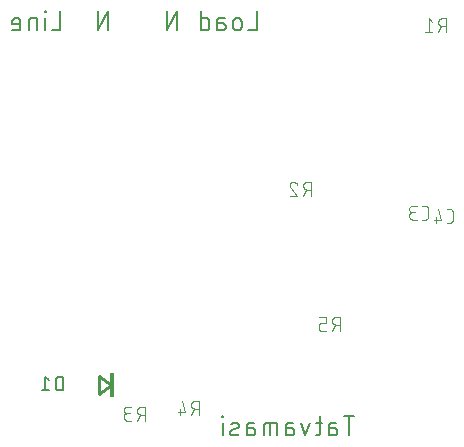
<source format=gbr>
G04 EAGLE Gerber X2 export*
%TF.Part,Single*%
%TF.FileFunction,Legend,Bot,1*%
%TF.FilePolarity,Positive*%
%TF.GenerationSoftware,Autodesk,EAGLE,9.1.3*%
%TF.CreationDate,2018-11-21T18:37:06Z*%
G75*
%MOMM*%
%FSLAX34Y34*%
%LPD*%
%AMOC8*
5,1,8,0,0,1.08239X$1,22.5*%
G01*
%ADD10C,0.152400*%
%ADD11C,0.101600*%
%ADD12C,0.254000*%
%ADD13R,0.300000X2.100000*%
%ADD14C,0.127000*%


D10*
X299522Y19812D02*
X299522Y36068D01*
X295007Y36068D02*
X304038Y36068D01*
X286500Y26134D02*
X282436Y26134D01*
X286500Y26134D02*
X286612Y26132D01*
X286723Y26126D01*
X286834Y26116D01*
X286945Y26103D01*
X287055Y26085D01*
X287164Y26063D01*
X287273Y26038D01*
X287381Y26009D01*
X287487Y25976D01*
X287593Y25939D01*
X287697Y25899D01*
X287799Y25855D01*
X287900Y25807D01*
X287999Y25756D01*
X288097Y25701D01*
X288192Y25643D01*
X288285Y25582D01*
X288376Y25517D01*
X288465Y25449D01*
X288551Y25378D01*
X288634Y25305D01*
X288715Y25228D01*
X288794Y25148D01*
X288869Y25066D01*
X288941Y24981D01*
X289011Y24894D01*
X289077Y24804D01*
X289140Y24712D01*
X289200Y24617D01*
X289256Y24521D01*
X289309Y24423D01*
X289358Y24323D01*
X289404Y24221D01*
X289446Y24118D01*
X289485Y24013D01*
X289520Y23907D01*
X289551Y23800D01*
X289578Y23692D01*
X289602Y23583D01*
X289621Y23473D01*
X289637Y23363D01*
X289649Y23252D01*
X289657Y23140D01*
X289661Y23029D01*
X289661Y22917D01*
X289657Y22806D01*
X289649Y22694D01*
X289637Y22583D01*
X289621Y22473D01*
X289602Y22363D01*
X289578Y22254D01*
X289551Y22146D01*
X289520Y22039D01*
X289485Y21933D01*
X289446Y21828D01*
X289404Y21725D01*
X289358Y21623D01*
X289309Y21523D01*
X289256Y21425D01*
X289200Y21329D01*
X289140Y21234D01*
X289077Y21142D01*
X289011Y21052D01*
X288941Y20965D01*
X288869Y20880D01*
X288794Y20798D01*
X288715Y20718D01*
X288634Y20641D01*
X288551Y20568D01*
X288465Y20497D01*
X288376Y20429D01*
X288285Y20364D01*
X288192Y20303D01*
X288097Y20245D01*
X287999Y20190D01*
X287900Y20139D01*
X287799Y20091D01*
X287697Y20047D01*
X287593Y20007D01*
X287487Y19970D01*
X287381Y19937D01*
X287273Y19908D01*
X287164Y19883D01*
X287055Y19861D01*
X286945Y19843D01*
X286834Y19830D01*
X286723Y19820D01*
X286612Y19814D01*
X286500Y19812D01*
X282436Y19812D01*
X282436Y27940D01*
X282437Y27940D02*
X282439Y28041D01*
X282445Y28142D01*
X282454Y28243D01*
X282467Y28344D01*
X282484Y28444D01*
X282505Y28543D01*
X282529Y28641D01*
X282557Y28738D01*
X282589Y28835D01*
X282624Y28930D01*
X282663Y29023D01*
X282705Y29115D01*
X282751Y29206D01*
X282800Y29295D01*
X282852Y29381D01*
X282908Y29466D01*
X282966Y29549D01*
X283028Y29629D01*
X283093Y29707D01*
X283160Y29783D01*
X283230Y29856D01*
X283303Y29926D01*
X283379Y29993D01*
X283457Y30058D01*
X283537Y30120D01*
X283620Y30178D01*
X283705Y30234D01*
X283792Y30286D01*
X283880Y30335D01*
X283971Y30381D01*
X284063Y30423D01*
X284156Y30462D01*
X284251Y30497D01*
X284348Y30529D01*
X284445Y30557D01*
X284543Y30581D01*
X284642Y30602D01*
X284742Y30619D01*
X284843Y30632D01*
X284944Y30641D01*
X285045Y30647D01*
X285146Y30649D01*
X288758Y30649D01*
X276817Y30649D02*
X271398Y30649D01*
X275011Y36068D02*
X275011Y22521D01*
X275010Y22521D02*
X275008Y22420D01*
X275002Y22319D01*
X274993Y22218D01*
X274980Y22117D01*
X274963Y22017D01*
X274942Y21918D01*
X274918Y21820D01*
X274890Y21723D01*
X274858Y21626D01*
X274823Y21531D01*
X274784Y21438D01*
X274742Y21346D01*
X274696Y21255D01*
X274647Y21166D01*
X274595Y21080D01*
X274539Y20995D01*
X274481Y20912D01*
X274419Y20832D01*
X274354Y20754D01*
X274287Y20678D01*
X274217Y20605D01*
X274144Y20535D01*
X274068Y20468D01*
X273990Y20403D01*
X273910Y20341D01*
X273827Y20283D01*
X273742Y20227D01*
X273656Y20175D01*
X273567Y20126D01*
X273476Y20080D01*
X273384Y20038D01*
X273291Y19999D01*
X273196Y19964D01*
X273099Y19932D01*
X273002Y19904D01*
X272904Y19880D01*
X272805Y19859D01*
X272705Y19842D01*
X272604Y19829D01*
X272503Y19820D01*
X272402Y19814D01*
X272301Y19812D01*
X271398Y19812D01*
X262529Y19812D02*
X266141Y30649D01*
X258916Y30649D02*
X262529Y19812D01*
X250027Y26134D02*
X245963Y26134D01*
X250027Y26134D02*
X250139Y26132D01*
X250250Y26126D01*
X250361Y26116D01*
X250472Y26103D01*
X250582Y26085D01*
X250691Y26063D01*
X250800Y26038D01*
X250908Y26009D01*
X251014Y25976D01*
X251120Y25939D01*
X251224Y25899D01*
X251326Y25855D01*
X251427Y25807D01*
X251526Y25756D01*
X251624Y25701D01*
X251719Y25643D01*
X251812Y25582D01*
X251903Y25517D01*
X251992Y25449D01*
X252078Y25378D01*
X252161Y25305D01*
X252242Y25228D01*
X252321Y25148D01*
X252396Y25066D01*
X252468Y24981D01*
X252538Y24894D01*
X252604Y24804D01*
X252667Y24712D01*
X252727Y24617D01*
X252783Y24521D01*
X252836Y24423D01*
X252885Y24323D01*
X252931Y24221D01*
X252973Y24118D01*
X253012Y24013D01*
X253047Y23907D01*
X253078Y23800D01*
X253105Y23692D01*
X253129Y23583D01*
X253148Y23473D01*
X253164Y23363D01*
X253176Y23252D01*
X253184Y23140D01*
X253188Y23029D01*
X253188Y22917D01*
X253184Y22806D01*
X253176Y22694D01*
X253164Y22583D01*
X253148Y22473D01*
X253129Y22363D01*
X253105Y22254D01*
X253078Y22146D01*
X253047Y22039D01*
X253012Y21933D01*
X252973Y21828D01*
X252931Y21725D01*
X252885Y21623D01*
X252836Y21523D01*
X252783Y21425D01*
X252727Y21329D01*
X252667Y21234D01*
X252604Y21142D01*
X252538Y21052D01*
X252468Y20965D01*
X252396Y20880D01*
X252321Y20798D01*
X252242Y20718D01*
X252161Y20641D01*
X252078Y20568D01*
X251992Y20497D01*
X251903Y20429D01*
X251812Y20364D01*
X251719Y20303D01*
X251624Y20245D01*
X251526Y20190D01*
X251427Y20139D01*
X251326Y20091D01*
X251224Y20047D01*
X251120Y20007D01*
X251014Y19970D01*
X250908Y19937D01*
X250800Y19908D01*
X250691Y19883D01*
X250582Y19861D01*
X250472Y19843D01*
X250361Y19830D01*
X250250Y19820D01*
X250139Y19814D01*
X250027Y19812D01*
X245963Y19812D01*
X245963Y27940D01*
X245964Y27940D02*
X245966Y28041D01*
X245972Y28142D01*
X245981Y28243D01*
X245994Y28344D01*
X246011Y28444D01*
X246032Y28543D01*
X246056Y28641D01*
X246084Y28738D01*
X246116Y28835D01*
X246151Y28930D01*
X246190Y29023D01*
X246232Y29115D01*
X246278Y29206D01*
X246327Y29295D01*
X246379Y29381D01*
X246435Y29466D01*
X246493Y29549D01*
X246555Y29629D01*
X246620Y29707D01*
X246687Y29783D01*
X246757Y29856D01*
X246830Y29926D01*
X246906Y29993D01*
X246984Y30058D01*
X247064Y30120D01*
X247147Y30178D01*
X247232Y30234D01*
X247319Y30286D01*
X247407Y30335D01*
X247498Y30381D01*
X247590Y30423D01*
X247683Y30462D01*
X247778Y30497D01*
X247875Y30529D01*
X247972Y30557D01*
X248070Y30581D01*
X248169Y30602D01*
X248269Y30619D01*
X248370Y30632D01*
X248471Y30641D01*
X248572Y30647D01*
X248673Y30649D01*
X252285Y30649D01*
X238248Y30649D02*
X238248Y19812D01*
X238248Y30649D02*
X230120Y30649D01*
X230019Y30647D01*
X229918Y30641D01*
X229817Y30632D01*
X229716Y30619D01*
X229616Y30602D01*
X229517Y30581D01*
X229419Y30557D01*
X229322Y30529D01*
X229225Y30497D01*
X229130Y30462D01*
X229037Y30423D01*
X228945Y30381D01*
X228854Y30335D01*
X228766Y30286D01*
X228679Y30234D01*
X228594Y30178D01*
X228511Y30120D01*
X228431Y30058D01*
X228353Y29993D01*
X228277Y29926D01*
X228204Y29856D01*
X228134Y29783D01*
X228067Y29707D01*
X228002Y29629D01*
X227940Y29549D01*
X227882Y29466D01*
X227826Y29381D01*
X227774Y29294D01*
X227725Y29206D01*
X227679Y29115D01*
X227637Y29023D01*
X227598Y28930D01*
X227563Y28835D01*
X227531Y28738D01*
X227503Y28641D01*
X227479Y28543D01*
X227458Y28444D01*
X227441Y28344D01*
X227428Y28243D01*
X227419Y28142D01*
X227413Y28041D01*
X227411Y27940D01*
X227411Y19812D01*
X232829Y19812D02*
X232829Y30649D01*
X217202Y26134D02*
X213138Y26134D01*
X217202Y26134D02*
X217314Y26132D01*
X217425Y26126D01*
X217536Y26116D01*
X217647Y26103D01*
X217757Y26085D01*
X217866Y26063D01*
X217975Y26038D01*
X218083Y26009D01*
X218189Y25976D01*
X218295Y25939D01*
X218399Y25899D01*
X218501Y25855D01*
X218602Y25807D01*
X218701Y25756D01*
X218799Y25701D01*
X218894Y25643D01*
X218987Y25582D01*
X219078Y25517D01*
X219167Y25449D01*
X219253Y25378D01*
X219336Y25305D01*
X219417Y25228D01*
X219496Y25148D01*
X219571Y25066D01*
X219643Y24981D01*
X219713Y24894D01*
X219779Y24804D01*
X219842Y24712D01*
X219902Y24617D01*
X219958Y24521D01*
X220011Y24423D01*
X220060Y24323D01*
X220106Y24221D01*
X220148Y24118D01*
X220187Y24013D01*
X220222Y23907D01*
X220253Y23800D01*
X220280Y23692D01*
X220304Y23583D01*
X220323Y23473D01*
X220339Y23363D01*
X220351Y23252D01*
X220359Y23140D01*
X220363Y23029D01*
X220363Y22917D01*
X220359Y22806D01*
X220351Y22694D01*
X220339Y22583D01*
X220323Y22473D01*
X220304Y22363D01*
X220280Y22254D01*
X220253Y22146D01*
X220222Y22039D01*
X220187Y21933D01*
X220148Y21828D01*
X220106Y21725D01*
X220060Y21623D01*
X220011Y21523D01*
X219958Y21425D01*
X219902Y21329D01*
X219842Y21234D01*
X219779Y21142D01*
X219713Y21052D01*
X219643Y20965D01*
X219571Y20880D01*
X219496Y20798D01*
X219417Y20718D01*
X219336Y20641D01*
X219253Y20568D01*
X219167Y20497D01*
X219078Y20429D01*
X218987Y20364D01*
X218894Y20303D01*
X218799Y20245D01*
X218701Y20190D01*
X218602Y20139D01*
X218501Y20091D01*
X218399Y20047D01*
X218295Y20007D01*
X218189Y19970D01*
X218083Y19937D01*
X217975Y19908D01*
X217866Y19883D01*
X217757Y19861D01*
X217647Y19843D01*
X217536Y19830D01*
X217425Y19820D01*
X217314Y19814D01*
X217202Y19812D01*
X213138Y19812D01*
X213138Y27940D01*
X213140Y28041D01*
X213146Y28142D01*
X213155Y28243D01*
X213168Y28344D01*
X213185Y28444D01*
X213206Y28543D01*
X213230Y28641D01*
X213258Y28738D01*
X213290Y28835D01*
X213325Y28930D01*
X213364Y29023D01*
X213406Y29115D01*
X213452Y29206D01*
X213501Y29295D01*
X213553Y29381D01*
X213609Y29466D01*
X213667Y29549D01*
X213729Y29629D01*
X213794Y29707D01*
X213861Y29783D01*
X213931Y29856D01*
X214004Y29926D01*
X214080Y29993D01*
X214158Y30058D01*
X214238Y30120D01*
X214321Y30178D01*
X214406Y30234D01*
X214493Y30286D01*
X214581Y30335D01*
X214672Y30381D01*
X214764Y30423D01*
X214857Y30462D01*
X214952Y30497D01*
X215049Y30529D01*
X215146Y30557D01*
X215244Y30581D01*
X215343Y30602D01*
X215443Y30619D01*
X215544Y30632D01*
X215645Y30641D01*
X215746Y30647D01*
X215847Y30649D01*
X219460Y30649D01*
X204867Y26134D02*
X200351Y24328D01*
X204867Y26134D02*
X204955Y26171D01*
X205041Y26212D01*
X205126Y26256D01*
X205209Y26304D01*
X205289Y26355D01*
X205368Y26409D01*
X205444Y26467D01*
X205518Y26527D01*
X205590Y26591D01*
X205658Y26657D01*
X205724Y26727D01*
X205787Y26798D01*
X205848Y26873D01*
X205905Y26949D01*
X205958Y27028D01*
X206009Y27109D01*
X206056Y27192D01*
X206100Y27277D01*
X206140Y27364D01*
X206177Y27452D01*
X206210Y27542D01*
X206240Y27633D01*
X206265Y27725D01*
X206287Y27818D01*
X206305Y27912D01*
X206320Y28006D01*
X206330Y28101D01*
X206336Y28197D01*
X206339Y28292D01*
X206338Y28388D01*
X206332Y28483D01*
X206323Y28579D01*
X206310Y28673D01*
X206294Y28767D01*
X206273Y28861D01*
X206248Y28953D01*
X206220Y29044D01*
X206188Y29134D01*
X206153Y29223D01*
X206114Y29310D01*
X206071Y29396D01*
X206025Y29480D01*
X205975Y29561D01*
X205923Y29641D01*
X205867Y29719D01*
X205807Y29794D01*
X205745Y29866D01*
X205680Y29936D01*
X205612Y30004D01*
X205542Y30068D01*
X205469Y30130D01*
X205393Y30188D01*
X205315Y30244D01*
X205235Y30296D01*
X205153Y30345D01*
X205069Y30390D01*
X204983Y30432D01*
X204896Y30471D01*
X204807Y30506D01*
X204716Y30537D01*
X204625Y30564D01*
X204532Y30588D01*
X204439Y30608D01*
X204345Y30624D01*
X204250Y30636D01*
X204155Y30645D01*
X204059Y30649D01*
X203964Y30650D01*
X203717Y30643D01*
X203471Y30631D01*
X203225Y30613D01*
X202979Y30588D01*
X202735Y30558D01*
X202491Y30522D01*
X202248Y30481D01*
X202006Y30433D01*
X201765Y30379D01*
X201526Y30320D01*
X201288Y30255D01*
X201052Y30184D01*
X200817Y30108D01*
X200584Y30026D01*
X200354Y29938D01*
X200126Y29845D01*
X199899Y29747D01*
X200351Y24327D02*
X200263Y24290D01*
X200177Y24249D01*
X200092Y24205D01*
X200009Y24157D01*
X199929Y24106D01*
X199850Y24052D01*
X199774Y23994D01*
X199700Y23934D01*
X199628Y23870D01*
X199560Y23804D01*
X199494Y23734D01*
X199431Y23663D01*
X199370Y23588D01*
X199313Y23512D01*
X199260Y23433D01*
X199209Y23352D01*
X199162Y23269D01*
X199118Y23184D01*
X199078Y23097D01*
X199041Y23009D01*
X199008Y22919D01*
X198978Y22828D01*
X198953Y22736D01*
X198931Y22643D01*
X198913Y22549D01*
X198898Y22455D01*
X198888Y22360D01*
X198882Y22264D01*
X198879Y22169D01*
X198880Y22073D01*
X198886Y21978D01*
X198895Y21882D01*
X198908Y21788D01*
X198924Y21694D01*
X198945Y21600D01*
X198970Y21508D01*
X198998Y21417D01*
X199030Y21327D01*
X199065Y21238D01*
X199104Y21151D01*
X199147Y21065D01*
X199193Y20981D01*
X199243Y20900D01*
X199295Y20820D01*
X199351Y20742D01*
X199411Y20667D01*
X199473Y20595D01*
X199538Y20525D01*
X199606Y20457D01*
X199676Y20393D01*
X199749Y20331D01*
X199825Y20273D01*
X199903Y20217D01*
X199983Y20165D01*
X200065Y20116D01*
X200149Y20071D01*
X200235Y20029D01*
X200322Y19990D01*
X200411Y19955D01*
X200502Y19924D01*
X200593Y19897D01*
X200686Y19873D01*
X200779Y19853D01*
X200873Y19837D01*
X200968Y19825D01*
X201063Y19816D01*
X201159Y19812D01*
X201254Y19811D01*
X201255Y19812D02*
X201617Y19821D01*
X201979Y19839D01*
X202340Y19866D01*
X202700Y19901D01*
X203060Y19944D01*
X203419Y19996D01*
X203776Y20057D01*
X204131Y20126D01*
X204485Y20203D01*
X204837Y20289D01*
X205187Y20383D01*
X205535Y20486D01*
X205880Y20596D01*
X206222Y20715D01*
X192709Y19812D02*
X192709Y30649D01*
X193161Y35165D02*
X193161Y36068D01*
X192258Y36068D01*
X192258Y35165D01*
X193161Y35165D01*
X55118Y362712D02*
X55118Y378968D01*
X55118Y362712D02*
X47893Y362712D01*
X42296Y362712D02*
X42296Y373549D01*
X42747Y378065D02*
X42747Y378968D01*
X41844Y378968D01*
X41844Y378065D01*
X42747Y378065D01*
X35487Y373549D02*
X35487Y362712D01*
X35487Y373549D02*
X30972Y373549D01*
X30868Y373547D01*
X30765Y373541D01*
X30661Y373531D01*
X30558Y373517D01*
X30456Y373499D01*
X30355Y373478D01*
X30254Y373452D01*
X30155Y373423D01*
X30056Y373390D01*
X29959Y373353D01*
X29864Y373312D01*
X29770Y373268D01*
X29678Y373220D01*
X29588Y373169D01*
X29499Y373114D01*
X29413Y373056D01*
X29330Y372994D01*
X29248Y372930D01*
X29170Y372862D01*
X29094Y372792D01*
X29020Y372719D01*
X28950Y372642D01*
X28882Y372564D01*
X28818Y372482D01*
X28756Y372399D01*
X28698Y372313D01*
X28643Y372224D01*
X28592Y372134D01*
X28544Y372042D01*
X28500Y371948D01*
X28459Y371853D01*
X28422Y371756D01*
X28389Y371657D01*
X28360Y371558D01*
X28334Y371457D01*
X28313Y371356D01*
X28295Y371254D01*
X28281Y371151D01*
X28271Y371047D01*
X28265Y370944D01*
X28263Y370840D01*
X28262Y370840D02*
X28262Y362712D01*
X18710Y362712D02*
X14194Y362712D01*
X18710Y362712D02*
X18811Y362714D01*
X18912Y362720D01*
X19013Y362729D01*
X19114Y362742D01*
X19214Y362759D01*
X19313Y362780D01*
X19411Y362804D01*
X19508Y362832D01*
X19605Y362864D01*
X19700Y362899D01*
X19793Y362938D01*
X19885Y362980D01*
X19976Y363026D01*
X20064Y363075D01*
X20151Y363127D01*
X20236Y363183D01*
X20319Y363241D01*
X20399Y363303D01*
X20477Y363368D01*
X20553Y363435D01*
X20626Y363505D01*
X20696Y363578D01*
X20763Y363654D01*
X20828Y363732D01*
X20890Y363812D01*
X20948Y363895D01*
X21004Y363980D01*
X21056Y364067D01*
X21105Y364155D01*
X21151Y364246D01*
X21193Y364338D01*
X21232Y364431D01*
X21267Y364526D01*
X21299Y364623D01*
X21327Y364720D01*
X21351Y364818D01*
X21372Y364917D01*
X21389Y365017D01*
X21402Y365118D01*
X21411Y365219D01*
X21417Y365320D01*
X21419Y365421D01*
X21419Y369937D01*
X21417Y370056D01*
X21411Y370176D01*
X21401Y370295D01*
X21387Y370413D01*
X21370Y370532D01*
X21348Y370649D01*
X21323Y370766D01*
X21293Y370881D01*
X21260Y370996D01*
X21223Y371110D01*
X21183Y371222D01*
X21138Y371333D01*
X21090Y371442D01*
X21039Y371550D01*
X20984Y371656D01*
X20925Y371760D01*
X20863Y371862D01*
X20798Y371962D01*
X20729Y372060D01*
X20657Y372156D01*
X20582Y372249D01*
X20505Y372339D01*
X20424Y372427D01*
X20340Y372512D01*
X20253Y372594D01*
X20164Y372674D01*
X20072Y372750D01*
X19978Y372824D01*
X19881Y372894D01*
X19783Y372961D01*
X19682Y373025D01*
X19578Y373085D01*
X19473Y373142D01*
X19366Y373195D01*
X19258Y373245D01*
X19148Y373291D01*
X19036Y373333D01*
X18923Y373372D01*
X18809Y373407D01*
X18694Y373438D01*
X18577Y373466D01*
X18460Y373489D01*
X18343Y373509D01*
X18224Y373525D01*
X18105Y373537D01*
X17986Y373545D01*
X17867Y373549D01*
X17747Y373549D01*
X17628Y373545D01*
X17509Y373537D01*
X17390Y373525D01*
X17271Y373509D01*
X17154Y373489D01*
X17037Y373466D01*
X16920Y373438D01*
X16805Y373407D01*
X16691Y373372D01*
X16578Y373333D01*
X16466Y373291D01*
X16356Y373245D01*
X16248Y373195D01*
X16141Y373142D01*
X16036Y373085D01*
X15932Y373025D01*
X15831Y372961D01*
X15733Y372894D01*
X15636Y372824D01*
X15542Y372750D01*
X15450Y372674D01*
X15361Y372594D01*
X15274Y372512D01*
X15190Y372427D01*
X15109Y372339D01*
X15032Y372249D01*
X14957Y372156D01*
X14885Y372060D01*
X14816Y371962D01*
X14751Y371862D01*
X14689Y371760D01*
X14630Y371656D01*
X14575Y371550D01*
X14524Y371442D01*
X14476Y371333D01*
X14431Y371222D01*
X14391Y371110D01*
X14354Y370996D01*
X14321Y370881D01*
X14291Y370766D01*
X14266Y370649D01*
X14244Y370532D01*
X14227Y370413D01*
X14213Y370295D01*
X14203Y370176D01*
X14197Y370056D01*
X14195Y369937D01*
X14194Y369937D02*
X14194Y368131D01*
X21419Y368131D01*
X95758Y362712D02*
X95758Y378968D01*
X86727Y362712D01*
X86727Y378968D01*
X154178Y378968D02*
X154178Y362712D01*
X145147Y362712D02*
X154178Y378968D01*
X145147Y378968D02*
X145147Y362712D01*
X221488Y362712D02*
X221488Y378968D01*
X221488Y362712D02*
X214263Y362712D01*
X208631Y366324D02*
X208631Y369937D01*
X208630Y369937D02*
X208628Y370056D01*
X208622Y370176D01*
X208612Y370295D01*
X208598Y370413D01*
X208581Y370532D01*
X208559Y370649D01*
X208534Y370766D01*
X208504Y370881D01*
X208471Y370996D01*
X208434Y371110D01*
X208394Y371222D01*
X208349Y371333D01*
X208301Y371442D01*
X208250Y371550D01*
X208195Y371656D01*
X208136Y371760D01*
X208074Y371862D01*
X208009Y371962D01*
X207940Y372060D01*
X207868Y372156D01*
X207793Y372249D01*
X207716Y372339D01*
X207635Y372427D01*
X207551Y372512D01*
X207464Y372594D01*
X207375Y372674D01*
X207283Y372750D01*
X207189Y372824D01*
X207092Y372894D01*
X206994Y372961D01*
X206893Y373025D01*
X206789Y373085D01*
X206684Y373142D01*
X206577Y373195D01*
X206469Y373245D01*
X206359Y373291D01*
X206247Y373333D01*
X206134Y373372D01*
X206020Y373407D01*
X205905Y373438D01*
X205788Y373466D01*
X205671Y373489D01*
X205554Y373509D01*
X205435Y373525D01*
X205316Y373537D01*
X205197Y373545D01*
X205078Y373549D01*
X204958Y373549D01*
X204839Y373545D01*
X204720Y373537D01*
X204601Y373525D01*
X204482Y373509D01*
X204365Y373489D01*
X204248Y373466D01*
X204131Y373438D01*
X204016Y373407D01*
X203902Y373372D01*
X203789Y373333D01*
X203677Y373291D01*
X203567Y373245D01*
X203459Y373195D01*
X203352Y373142D01*
X203247Y373085D01*
X203143Y373025D01*
X203042Y372961D01*
X202944Y372894D01*
X202847Y372824D01*
X202753Y372750D01*
X202661Y372674D01*
X202572Y372594D01*
X202485Y372512D01*
X202401Y372427D01*
X202320Y372339D01*
X202243Y372249D01*
X202168Y372156D01*
X202096Y372060D01*
X202027Y371962D01*
X201962Y371862D01*
X201900Y371760D01*
X201841Y371656D01*
X201786Y371550D01*
X201735Y371442D01*
X201687Y371333D01*
X201642Y371222D01*
X201602Y371110D01*
X201565Y370996D01*
X201532Y370881D01*
X201502Y370766D01*
X201477Y370649D01*
X201455Y370532D01*
X201438Y370413D01*
X201424Y370295D01*
X201414Y370176D01*
X201408Y370056D01*
X201406Y369937D01*
X201406Y366324D01*
X201408Y366205D01*
X201414Y366085D01*
X201424Y365966D01*
X201438Y365848D01*
X201455Y365729D01*
X201477Y365612D01*
X201502Y365495D01*
X201532Y365380D01*
X201565Y365265D01*
X201602Y365151D01*
X201642Y365039D01*
X201687Y364928D01*
X201735Y364819D01*
X201786Y364711D01*
X201841Y364605D01*
X201900Y364501D01*
X201962Y364399D01*
X202027Y364299D01*
X202096Y364201D01*
X202168Y364105D01*
X202243Y364012D01*
X202320Y363922D01*
X202401Y363834D01*
X202485Y363749D01*
X202572Y363667D01*
X202661Y363587D01*
X202753Y363511D01*
X202847Y363437D01*
X202944Y363367D01*
X203042Y363300D01*
X203143Y363236D01*
X203247Y363176D01*
X203352Y363119D01*
X203459Y363066D01*
X203567Y363016D01*
X203677Y362970D01*
X203789Y362928D01*
X203902Y362889D01*
X204016Y362854D01*
X204131Y362823D01*
X204248Y362795D01*
X204365Y362772D01*
X204482Y362752D01*
X204601Y362736D01*
X204720Y362724D01*
X204839Y362716D01*
X204958Y362712D01*
X205078Y362712D01*
X205197Y362716D01*
X205316Y362724D01*
X205435Y362736D01*
X205554Y362752D01*
X205671Y362772D01*
X205788Y362795D01*
X205905Y362823D01*
X206020Y362854D01*
X206134Y362889D01*
X206247Y362928D01*
X206359Y362970D01*
X206469Y363016D01*
X206577Y363066D01*
X206684Y363119D01*
X206789Y363176D01*
X206893Y363236D01*
X206994Y363300D01*
X207092Y363367D01*
X207189Y363437D01*
X207283Y363511D01*
X207375Y363587D01*
X207464Y363667D01*
X207551Y363749D01*
X207635Y363834D01*
X207716Y363922D01*
X207793Y364012D01*
X207868Y364105D01*
X207940Y364201D01*
X208009Y364299D01*
X208074Y364399D01*
X208136Y364501D01*
X208195Y364605D01*
X208250Y364711D01*
X208301Y364819D01*
X208349Y364928D01*
X208394Y365039D01*
X208434Y365151D01*
X208471Y365265D01*
X208504Y365380D01*
X208534Y365495D01*
X208559Y365612D01*
X208581Y365729D01*
X208598Y365848D01*
X208612Y365966D01*
X208622Y366085D01*
X208628Y366205D01*
X208630Y366324D01*
X191996Y369034D02*
X187932Y369034D01*
X191996Y369034D02*
X192108Y369032D01*
X192219Y369026D01*
X192330Y369016D01*
X192441Y369003D01*
X192551Y368985D01*
X192660Y368963D01*
X192769Y368938D01*
X192877Y368909D01*
X192983Y368876D01*
X193089Y368839D01*
X193193Y368799D01*
X193295Y368755D01*
X193396Y368707D01*
X193495Y368656D01*
X193593Y368601D01*
X193688Y368543D01*
X193781Y368482D01*
X193872Y368417D01*
X193961Y368349D01*
X194047Y368278D01*
X194130Y368205D01*
X194211Y368128D01*
X194290Y368048D01*
X194365Y367966D01*
X194437Y367881D01*
X194507Y367794D01*
X194573Y367704D01*
X194636Y367612D01*
X194696Y367517D01*
X194752Y367421D01*
X194805Y367323D01*
X194854Y367223D01*
X194900Y367121D01*
X194942Y367018D01*
X194981Y366913D01*
X195016Y366807D01*
X195047Y366700D01*
X195074Y366592D01*
X195098Y366483D01*
X195117Y366373D01*
X195133Y366263D01*
X195145Y366152D01*
X195153Y366040D01*
X195157Y365929D01*
X195157Y365817D01*
X195153Y365706D01*
X195145Y365594D01*
X195133Y365483D01*
X195117Y365373D01*
X195098Y365263D01*
X195074Y365154D01*
X195047Y365046D01*
X195016Y364939D01*
X194981Y364833D01*
X194942Y364728D01*
X194900Y364625D01*
X194854Y364523D01*
X194805Y364423D01*
X194752Y364325D01*
X194696Y364229D01*
X194636Y364134D01*
X194573Y364042D01*
X194507Y363952D01*
X194437Y363865D01*
X194365Y363780D01*
X194290Y363698D01*
X194211Y363618D01*
X194130Y363541D01*
X194047Y363468D01*
X193961Y363397D01*
X193872Y363329D01*
X193781Y363264D01*
X193688Y363203D01*
X193593Y363145D01*
X193495Y363090D01*
X193396Y363039D01*
X193295Y362991D01*
X193193Y362947D01*
X193089Y362907D01*
X192983Y362870D01*
X192877Y362837D01*
X192769Y362808D01*
X192660Y362783D01*
X192551Y362761D01*
X192441Y362743D01*
X192330Y362730D01*
X192219Y362720D01*
X192108Y362714D01*
X191996Y362712D01*
X187932Y362712D01*
X187932Y370840D01*
X187934Y370941D01*
X187940Y371042D01*
X187949Y371143D01*
X187962Y371244D01*
X187979Y371344D01*
X188000Y371443D01*
X188024Y371541D01*
X188052Y371638D01*
X188084Y371735D01*
X188119Y371830D01*
X188158Y371923D01*
X188200Y372015D01*
X188246Y372106D01*
X188295Y372195D01*
X188347Y372281D01*
X188403Y372366D01*
X188461Y372449D01*
X188523Y372529D01*
X188588Y372607D01*
X188655Y372683D01*
X188725Y372756D01*
X188798Y372826D01*
X188874Y372893D01*
X188952Y372958D01*
X189032Y373020D01*
X189115Y373078D01*
X189200Y373134D01*
X189287Y373186D01*
X189375Y373235D01*
X189466Y373281D01*
X189558Y373323D01*
X189651Y373362D01*
X189746Y373397D01*
X189843Y373429D01*
X189940Y373457D01*
X190038Y373481D01*
X190137Y373502D01*
X190237Y373519D01*
X190338Y373532D01*
X190439Y373541D01*
X190540Y373547D01*
X190641Y373549D01*
X194254Y373549D01*
X173864Y378968D02*
X173864Y362712D01*
X178380Y362712D01*
X178481Y362714D01*
X178582Y362720D01*
X178683Y362729D01*
X178784Y362742D01*
X178884Y362759D01*
X178983Y362780D01*
X179081Y362804D01*
X179178Y362832D01*
X179275Y362864D01*
X179370Y362899D01*
X179463Y362938D01*
X179555Y362980D01*
X179646Y363026D01*
X179735Y363075D01*
X179821Y363127D01*
X179906Y363183D01*
X179989Y363241D01*
X180069Y363303D01*
X180147Y363368D01*
X180223Y363435D01*
X180296Y363505D01*
X180366Y363578D01*
X180433Y363654D01*
X180498Y363732D01*
X180560Y363812D01*
X180618Y363895D01*
X180674Y363980D01*
X180726Y364067D01*
X180775Y364155D01*
X180821Y364246D01*
X180863Y364338D01*
X180902Y364431D01*
X180937Y364526D01*
X180969Y364623D01*
X180997Y364720D01*
X181021Y364818D01*
X181042Y364917D01*
X181059Y365017D01*
X181072Y365118D01*
X181081Y365219D01*
X181087Y365320D01*
X181089Y365421D01*
X181089Y370840D01*
X181087Y370941D01*
X181081Y371042D01*
X181072Y371143D01*
X181059Y371244D01*
X181042Y371344D01*
X181021Y371443D01*
X180997Y371541D01*
X180969Y371638D01*
X180937Y371735D01*
X180902Y371830D01*
X180863Y371923D01*
X180821Y372015D01*
X180775Y372106D01*
X180726Y372195D01*
X180674Y372281D01*
X180618Y372366D01*
X180560Y372449D01*
X180498Y372529D01*
X180433Y372607D01*
X180366Y372683D01*
X180296Y372756D01*
X180223Y372826D01*
X180147Y372893D01*
X180069Y372958D01*
X179989Y373020D01*
X179906Y373078D01*
X179821Y373134D01*
X179735Y373186D01*
X179646Y373235D01*
X179555Y373281D01*
X179463Y373323D01*
X179370Y373362D01*
X179275Y373397D01*
X179178Y373429D01*
X179081Y373457D01*
X178983Y373481D01*
X178884Y373502D01*
X178784Y373519D01*
X178683Y373532D01*
X178582Y373541D01*
X178481Y373547D01*
X178380Y373549D01*
X173864Y373549D01*
D11*
X381575Y372872D02*
X381575Y361188D01*
X381575Y372872D02*
X378330Y372872D01*
X378217Y372870D01*
X378104Y372864D01*
X377991Y372854D01*
X377878Y372840D01*
X377766Y372823D01*
X377655Y372801D01*
X377545Y372776D01*
X377435Y372746D01*
X377327Y372713D01*
X377220Y372676D01*
X377114Y372636D01*
X377010Y372591D01*
X376907Y372543D01*
X376806Y372492D01*
X376707Y372437D01*
X376610Y372379D01*
X376515Y372317D01*
X376422Y372252D01*
X376332Y372184D01*
X376244Y372113D01*
X376158Y372038D01*
X376075Y371961D01*
X375995Y371881D01*
X375918Y371798D01*
X375843Y371712D01*
X375772Y371624D01*
X375704Y371534D01*
X375639Y371441D01*
X375577Y371346D01*
X375519Y371249D01*
X375464Y371150D01*
X375413Y371049D01*
X375365Y370946D01*
X375320Y370842D01*
X375280Y370736D01*
X375243Y370629D01*
X375210Y370521D01*
X375180Y370411D01*
X375155Y370301D01*
X375133Y370190D01*
X375116Y370078D01*
X375102Y369965D01*
X375092Y369852D01*
X375086Y369739D01*
X375084Y369626D01*
X375086Y369513D01*
X375092Y369400D01*
X375102Y369287D01*
X375116Y369174D01*
X375133Y369062D01*
X375155Y368951D01*
X375180Y368841D01*
X375210Y368731D01*
X375243Y368623D01*
X375280Y368516D01*
X375320Y368410D01*
X375365Y368306D01*
X375413Y368203D01*
X375464Y368102D01*
X375519Y368003D01*
X375577Y367906D01*
X375639Y367811D01*
X375704Y367718D01*
X375772Y367628D01*
X375843Y367540D01*
X375918Y367454D01*
X375995Y367371D01*
X376075Y367291D01*
X376158Y367214D01*
X376244Y367139D01*
X376332Y367068D01*
X376422Y367000D01*
X376515Y366935D01*
X376610Y366873D01*
X376707Y366815D01*
X376806Y366760D01*
X376907Y366709D01*
X377010Y366661D01*
X377114Y366616D01*
X377220Y366576D01*
X377327Y366539D01*
X377435Y366506D01*
X377545Y366476D01*
X377655Y366451D01*
X377766Y366429D01*
X377878Y366412D01*
X377991Y366398D01*
X378104Y366388D01*
X378217Y366382D01*
X378330Y366380D01*
X378330Y366381D02*
X381575Y366381D01*
X377681Y366381D02*
X375084Y361188D01*
X370219Y370276D02*
X366974Y372872D01*
X366974Y361188D01*
X370219Y361188D02*
X363728Y361188D01*
X267275Y234442D02*
X267275Y222758D01*
X267275Y234442D02*
X264030Y234442D01*
X263917Y234440D01*
X263804Y234434D01*
X263691Y234424D01*
X263578Y234410D01*
X263466Y234393D01*
X263355Y234371D01*
X263245Y234346D01*
X263135Y234316D01*
X263027Y234283D01*
X262920Y234246D01*
X262814Y234206D01*
X262710Y234161D01*
X262607Y234113D01*
X262506Y234062D01*
X262407Y234007D01*
X262310Y233949D01*
X262215Y233887D01*
X262122Y233822D01*
X262032Y233754D01*
X261944Y233683D01*
X261858Y233608D01*
X261775Y233531D01*
X261695Y233451D01*
X261618Y233368D01*
X261543Y233282D01*
X261472Y233194D01*
X261404Y233104D01*
X261339Y233011D01*
X261277Y232916D01*
X261219Y232819D01*
X261164Y232720D01*
X261113Y232619D01*
X261065Y232516D01*
X261020Y232412D01*
X260980Y232306D01*
X260943Y232199D01*
X260910Y232091D01*
X260880Y231981D01*
X260855Y231871D01*
X260833Y231760D01*
X260816Y231648D01*
X260802Y231535D01*
X260792Y231422D01*
X260786Y231309D01*
X260784Y231196D01*
X260786Y231083D01*
X260792Y230970D01*
X260802Y230857D01*
X260816Y230744D01*
X260833Y230632D01*
X260855Y230521D01*
X260880Y230411D01*
X260910Y230301D01*
X260943Y230193D01*
X260980Y230086D01*
X261020Y229980D01*
X261065Y229876D01*
X261113Y229773D01*
X261164Y229672D01*
X261219Y229573D01*
X261277Y229476D01*
X261339Y229381D01*
X261404Y229288D01*
X261472Y229198D01*
X261543Y229110D01*
X261618Y229024D01*
X261695Y228941D01*
X261775Y228861D01*
X261858Y228784D01*
X261944Y228709D01*
X262032Y228638D01*
X262122Y228570D01*
X262215Y228505D01*
X262310Y228443D01*
X262407Y228385D01*
X262506Y228330D01*
X262607Y228279D01*
X262710Y228231D01*
X262814Y228186D01*
X262920Y228146D01*
X263027Y228109D01*
X263135Y228076D01*
X263245Y228046D01*
X263355Y228021D01*
X263466Y227999D01*
X263578Y227982D01*
X263691Y227968D01*
X263804Y227958D01*
X263917Y227952D01*
X264030Y227950D01*
X264030Y227951D02*
X267275Y227951D01*
X263381Y227951D02*
X260784Y222758D01*
X249428Y231521D02*
X249430Y231628D01*
X249436Y231734D01*
X249446Y231840D01*
X249459Y231946D01*
X249477Y232052D01*
X249498Y232156D01*
X249523Y232260D01*
X249552Y232363D01*
X249584Y232464D01*
X249621Y232564D01*
X249661Y232663D01*
X249704Y232761D01*
X249751Y232857D01*
X249802Y232951D01*
X249856Y233043D01*
X249913Y233133D01*
X249973Y233221D01*
X250037Y233306D01*
X250104Y233389D01*
X250174Y233470D01*
X250246Y233548D01*
X250322Y233624D01*
X250400Y233696D01*
X250481Y233766D01*
X250564Y233833D01*
X250649Y233897D01*
X250737Y233957D01*
X250827Y234014D01*
X250919Y234068D01*
X251013Y234119D01*
X251109Y234166D01*
X251207Y234209D01*
X251306Y234249D01*
X251406Y234286D01*
X251507Y234318D01*
X251610Y234347D01*
X251714Y234372D01*
X251818Y234393D01*
X251924Y234411D01*
X252030Y234424D01*
X252136Y234434D01*
X252242Y234440D01*
X252349Y234442D01*
X252470Y234440D01*
X252591Y234434D01*
X252711Y234424D01*
X252832Y234411D01*
X252951Y234393D01*
X253071Y234372D01*
X253189Y234347D01*
X253306Y234318D01*
X253423Y234285D01*
X253538Y234249D01*
X253652Y234208D01*
X253765Y234165D01*
X253877Y234117D01*
X253986Y234066D01*
X254094Y234011D01*
X254201Y233953D01*
X254305Y233892D01*
X254407Y233827D01*
X254507Y233759D01*
X254605Y233688D01*
X254701Y233614D01*
X254794Y233537D01*
X254884Y233456D01*
X254972Y233373D01*
X255057Y233287D01*
X255140Y233198D01*
X255219Y233107D01*
X255296Y233013D01*
X255369Y232917D01*
X255439Y232819D01*
X255506Y232718D01*
X255570Y232615D01*
X255631Y232510D01*
X255688Y232403D01*
X255741Y232295D01*
X255791Y232185D01*
X255837Y232073D01*
X255880Y231960D01*
X255919Y231845D01*
X250402Y229249D02*
X250323Y229327D01*
X250247Y229407D01*
X250174Y229490D01*
X250104Y229576D01*
X250037Y229663D01*
X249973Y229754D01*
X249913Y229846D01*
X249855Y229940D01*
X249801Y230037D01*
X249751Y230135D01*
X249704Y230235D01*
X249660Y230336D01*
X249620Y230439D01*
X249584Y230544D01*
X249552Y230649D01*
X249523Y230756D01*
X249498Y230863D01*
X249476Y230972D01*
X249459Y231081D01*
X249445Y231190D01*
X249436Y231300D01*
X249430Y231411D01*
X249428Y231521D01*
X250402Y229249D02*
X255919Y222758D01*
X249428Y222758D01*
X126492Y43942D02*
X126492Y32258D01*
X126492Y43942D02*
X123246Y43942D01*
X123133Y43940D01*
X123020Y43934D01*
X122907Y43924D01*
X122794Y43910D01*
X122682Y43893D01*
X122571Y43871D01*
X122461Y43846D01*
X122351Y43816D01*
X122243Y43783D01*
X122136Y43746D01*
X122030Y43706D01*
X121926Y43661D01*
X121823Y43613D01*
X121722Y43562D01*
X121623Y43507D01*
X121526Y43449D01*
X121431Y43387D01*
X121338Y43322D01*
X121248Y43254D01*
X121160Y43183D01*
X121074Y43108D01*
X120991Y43031D01*
X120911Y42951D01*
X120834Y42868D01*
X120759Y42782D01*
X120688Y42694D01*
X120620Y42604D01*
X120555Y42511D01*
X120493Y42416D01*
X120435Y42319D01*
X120380Y42220D01*
X120329Y42119D01*
X120281Y42016D01*
X120236Y41912D01*
X120196Y41806D01*
X120159Y41699D01*
X120126Y41591D01*
X120096Y41481D01*
X120071Y41371D01*
X120049Y41260D01*
X120032Y41148D01*
X120018Y41035D01*
X120008Y40922D01*
X120002Y40809D01*
X120000Y40696D01*
X120002Y40583D01*
X120008Y40470D01*
X120018Y40357D01*
X120032Y40244D01*
X120049Y40132D01*
X120071Y40021D01*
X120096Y39911D01*
X120126Y39801D01*
X120159Y39693D01*
X120196Y39586D01*
X120236Y39480D01*
X120281Y39376D01*
X120329Y39273D01*
X120380Y39172D01*
X120435Y39073D01*
X120493Y38976D01*
X120555Y38881D01*
X120620Y38788D01*
X120688Y38698D01*
X120759Y38610D01*
X120834Y38524D01*
X120911Y38441D01*
X120991Y38361D01*
X121074Y38284D01*
X121160Y38209D01*
X121248Y38138D01*
X121338Y38070D01*
X121431Y38005D01*
X121526Y37943D01*
X121623Y37885D01*
X121722Y37830D01*
X121823Y37779D01*
X121926Y37731D01*
X122030Y37686D01*
X122136Y37646D01*
X122243Y37609D01*
X122351Y37576D01*
X122461Y37546D01*
X122571Y37521D01*
X122682Y37499D01*
X122794Y37482D01*
X122907Y37468D01*
X123020Y37458D01*
X123133Y37452D01*
X123246Y37450D01*
X123246Y37451D02*
X126492Y37451D01*
X122597Y37451D02*
X120001Y32258D01*
X115136Y32258D02*
X111890Y32258D01*
X111777Y32260D01*
X111664Y32266D01*
X111551Y32276D01*
X111438Y32290D01*
X111326Y32307D01*
X111215Y32329D01*
X111105Y32354D01*
X110995Y32384D01*
X110887Y32417D01*
X110780Y32454D01*
X110674Y32494D01*
X110570Y32539D01*
X110467Y32587D01*
X110366Y32638D01*
X110267Y32693D01*
X110170Y32751D01*
X110075Y32813D01*
X109982Y32878D01*
X109892Y32946D01*
X109804Y33017D01*
X109718Y33092D01*
X109635Y33169D01*
X109555Y33249D01*
X109478Y33332D01*
X109403Y33418D01*
X109332Y33506D01*
X109264Y33596D01*
X109199Y33689D01*
X109137Y33784D01*
X109079Y33881D01*
X109024Y33980D01*
X108973Y34081D01*
X108925Y34184D01*
X108880Y34288D01*
X108840Y34394D01*
X108803Y34501D01*
X108770Y34609D01*
X108740Y34719D01*
X108715Y34829D01*
X108693Y34940D01*
X108676Y35052D01*
X108662Y35165D01*
X108652Y35278D01*
X108646Y35391D01*
X108644Y35504D01*
X108646Y35617D01*
X108652Y35730D01*
X108662Y35843D01*
X108676Y35956D01*
X108693Y36068D01*
X108715Y36179D01*
X108740Y36289D01*
X108770Y36399D01*
X108803Y36507D01*
X108840Y36614D01*
X108880Y36720D01*
X108925Y36824D01*
X108973Y36927D01*
X109024Y37028D01*
X109079Y37127D01*
X109137Y37224D01*
X109199Y37319D01*
X109264Y37412D01*
X109332Y37502D01*
X109403Y37590D01*
X109478Y37676D01*
X109555Y37759D01*
X109635Y37839D01*
X109718Y37916D01*
X109804Y37991D01*
X109892Y38062D01*
X109982Y38130D01*
X110075Y38195D01*
X110170Y38257D01*
X110267Y38315D01*
X110366Y38370D01*
X110467Y38421D01*
X110570Y38469D01*
X110674Y38514D01*
X110780Y38554D01*
X110887Y38591D01*
X110995Y38624D01*
X111105Y38654D01*
X111215Y38679D01*
X111326Y38701D01*
X111438Y38718D01*
X111551Y38732D01*
X111664Y38742D01*
X111777Y38748D01*
X111890Y38750D01*
X111241Y43942D02*
X115136Y43942D01*
X111241Y43942D02*
X111140Y43940D01*
X111040Y43934D01*
X110940Y43924D01*
X110840Y43911D01*
X110741Y43893D01*
X110642Y43872D01*
X110545Y43847D01*
X110448Y43818D01*
X110353Y43785D01*
X110259Y43749D01*
X110167Y43709D01*
X110076Y43666D01*
X109987Y43619D01*
X109900Y43569D01*
X109814Y43515D01*
X109731Y43458D01*
X109651Y43398D01*
X109572Y43335D01*
X109496Y43268D01*
X109423Y43199D01*
X109353Y43127D01*
X109285Y43053D01*
X109220Y42976D01*
X109159Y42896D01*
X109100Y42814D01*
X109045Y42730D01*
X108993Y42644D01*
X108944Y42556D01*
X108899Y42466D01*
X108857Y42374D01*
X108819Y42281D01*
X108785Y42186D01*
X108754Y42091D01*
X108727Y41994D01*
X108704Y41896D01*
X108684Y41797D01*
X108669Y41697D01*
X108657Y41597D01*
X108649Y41497D01*
X108645Y41396D01*
X108645Y41296D01*
X108649Y41195D01*
X108657Y41095D01*
X108669Y40995D01*
X108684Y40895D01*
X108704Y40796D01*
X108727Y40698D01*
X108754Y40601D01*
X108785Y40506D01*
X108819Y40411D01*
X108857Y40318D01*
X108899Y40226D01*
X108944Y40136D01*
X108993Y40048D01*
X109045Y39962D01*
X109100Y39878D01*
X109159Y39796D01*
X109220Y39716D01*
X109285Y39639D01*
X109353Y39565D01*
X109423Y39493D01*
X109496Y39424D01*
X109572Y39357D01*
X109651Y39294D01*
X109731Y39234D01*
X109814Y39177D01*
X109900Y39123D01*
X109987Y39073D01*
X110076Y39026D01*
X110167Y38983D01*
X110259Y38943D01*
X110353Y38907D01*
X110448Y38874D01*
X110545Y38845D01*
X110642Y38820D01*
X110741Y38799D01*
X110840Y38781D01*
X110940Y38768D01*
X111040Y38758D01*
X111140Y38752D01*
X111241Y38750D01*
X111241Y38749D02*
X113837Y38749D01*
X172212Y37338D02*
X172212Y49022D01*
X168966Y49022D01*
X168853Y49020D01*
X168740Y49014D01*
X168627Y49004D01*
X168514Y48990D01*
X168402Y48973D01*
X168291Y48951D01*
X168181Y48926D01*
X168071Y48896D01*
X167963Y48863D01*
X167856Y48826D01*
X167750Y48786D01*
X167646Y48741D01*
X167543Y48693D01*
X167442Y48642D01*
X167343Y48587D01*
X167246Y48529D01*
X167151Y48467D01*
X167058Y48402D01*
X166968Y48334D01*
X166880Y48263D01*
X166794Y48188D01*
X166711Y48111D01*
X166631Y48031D01*
X166554Y47948D01*
X166479Y47862D01*
X166408Y47774D01*
X166340Y47684D01*
X166275Y47591D01*
X166213Y47496D01*
X166155Y47399D01*
X166100Y47300D01*
X166049Y47199D01*
X166001Y47096D01*
X165956Y46992D01*
X165916Y46886D01*
X165879Y46779D01*
X165846Y46671D01*
X165816Y46561D01*
X165791Y46451D01*
X165769Y46340D01*
X165752Y46228D01*
X165738Y46115D01*
X165728Y46002D01*
X165722Y45889D01*
X165720Y45776D01*
X165722Y45663D01*
X165728Y45550D01*
X165738Y45437D01*
X165752Y45324D01*
X165769Y45212D01*
X165791Y45101D01*
X165816Y44991D01*
X165846Y44881D01*
X165879Y44773D01*
X165916Y44666D01*
X165956Y44560D01*
X166001Y44456D01*
X166049Y44353D01*
X166100Y44252D01*
X166155Y44153D01*
X166213Y44056D01*
X166275Y43961D01*
X166340Y43868D01*
X166408Y43778D01*
X166479Y43690D01*
X166554Y43604D01*
X166631Y43521D01*
X166711Y43441D01*
X166794Y43364D01*
X166880Y43289D01*
X166968Y43218D01*
X167058Y43150D01*
X167151Y43085D01*
X167246Y43023D01*
X167343Y42965D01*
X167442Y42910D01*
X167543Y42859D01*
X167646Y42811D01*
X167750Y42766D01*
X167856Y42726D01*
X167963Y42689D01*
X168071Y42656D01*
X168181Y42626D01*
X168291Y42601D01*
X168402Y42579D01*
X168514Y42562D01*
X168627Y42548D01*
X168740Y42538D01*
X168853Y42532D01*
X168966Y42530D01*
X168966Y42531D02*
X172212Y42531D01*
X168317Y42531D02*
X165721Y37338D01*
X160856Y39934D02*
X158259Y49022D01*
X160856Y39934D02*
X154365Y39934D01*
X156312Y42531D02*
X156312Y37338D01*
X361329Y202438D02*
X363926Y202438D01*
X364025Y202440D01*
X364125Y202446D01*
X364224Y202455D01*
X364322Y202468D01*
X364420Y202485D01*
X364518Y202506D01*
X364614Y202531D01*
X364709Y202559D01*
X364803Y202591D01*
X364896Y202626D01*
X364988Y202665D01*
X365078Y202708D01*
X365166Y202753D01*
X365253Y202803D01*
X365337Y202855D01*
X365420Y202911D01*
X365500Y202969D01*
X365578Y203031D01*
X365653Y203096D01*
X365726Y203164D01*
X365796Y203234D01*
X365864Y203307D01*
X365929Y203382D01*
X365991Y203460D01*
X366049Y203540D01*
X366105Y203623D01*
X366157Y203707D01*
X366207Y203794D01*
X366252Y203882D01*
X366295Y203972D01*
X366334Y204064D01*
X366369Y204157D01*
X366401Y204251D01*
X366429Y204346D01*
X366454Y204442D01*
X366475Y204540D01*
X366492Y204638D01*
X366505Y204736D01*
X366514Y204835D01*
X366520Y204935D01*
X366522Y205034D01*
X366522Y211526D01*
X366520Y211625D01*
X366514Y211725D01*
X366505Y211824D01*
X366492Y211922D01*
X366475Y212020D01*
X366454Y212118D01*
X366429Y212214D01*
X366401Y212309D01*
X366369Y212403D01*
X366334Y212496D01*
X366295Y212588D01*
X366252Y212678D01*
X366207Y212766D01*
X366157Y212853D01*
X366105Y212937D01*
X366049Y213020D01*
X365991Y213100D01*
X365929Y213178D01*
X365864Y213253D01*
X365796Y213326D01*
X365726Y213396D01*
X365653Y213464D01*
X365578Y213529D01*
X365500Y213591D01*
X365420Y213649D01*
X365337Y213705D01*
X365253Y213757D01*
X365166Y213807D01*
X365078Y213852D01*
X364988Y213895D01*
X364896Y213934D01*
X364803Y213969D01*
X364709Y214001D01*
X364614Y214029D01*
X364518Y214054D01*
X364420Y214075D01*
X364322Y214092D01*
X364224Y214105D01*
X364125Y214114D01*
X364025Y214120D01*
X363926Y214122D01*
X361329Y214122D01*
X356964Y202438D02*
X353718Y202438D01*
X353605Y202440D01*
X353492Y202446D01*
X353379Y202456D01*
X353266Y202470D01*
X353154Y202487D01*
X353043Y202509D01*
X352933Y202534D01*
X352823Y202564D01*
X352715Y202597D01*
X352608Y202634D01*
X352502Y202674D01*
X352398Y202719D01*
X352295Y202767D01*
X352194Y202818D01*
X352095Y202873D01*
X351998Y202931D01*
X351903Y202993D01*
X351810Y203058D01*
X351720Y203126D01*
X351632Y203197D01*
X351546Y203272D01*
X351463Y203349D01*
X351383Y203429D01*
X351306Y203512D01*
X351231Y203598D01*
X351160Y203686D01*
X351092Y203776D01*
X351027Y203869D01*
X350965Y203964D01*
X350907Y204061D01*
X350852Y204160D01*
X350801Y204261D01*
X350753Y204364D01*
X350708Y204468D01*
X350668Y204574D01*
X350631Y204681D01*
X350598Y204789D01*
X350568Y204899D01*
X350543Y205009D01*
X350521Y205120D01*
X350504Y205232D01*
X350490Y205345D01*
X350480Y205458D01*
X350474Y205571D01*
X350472Y205684D01*
X350474Y205797D01*
X350480Y205910D01*
X350490Y206023D01*
X350504Y206136D01*
X350521Y206248D01*
X350543Y206359D01*
X350568Y206469D01*
X350598Y206579D01*
X350631Y206687D01*
X350668Y206794D01*
X350708Y206900D01*
X350753Y207004D01*
X350801Y207107D01*
X350852Y207208D01*
X350907Y207307D01*
X350965Y207404D01*
X351027Y207499D01*
X351092Y207592D01*
X351160Y207682D01*
X351231Y207770D01*
X351306Y207856D01*
X351383Y207939D01*
X351463Y208019D01*
X351546Y208096D01*
X351632Y208171D01*
X351720Y208242D01*
X351810Y208310D01*
X351903Y208375D01*
X351998Y208437D01*
X352095Y208495D01*
X352194Y208550D01*
X352295Y208601D01*
X352398Y208649D01*
X352502Y208694D01*
X352608Y208734D01*
X352715Y208771D01*
X352823Y208804D01*
X352933Y208834D01*
X353043Y208859D01*
X353154Y208881D01*
X353266Y208898D01*
X353379Y208912D01*
X353492Y208922D01*
X353605Y208928D01*
X353718Y208930D01*
X353069Y214122D02*
X356964Y214122D01*
X353069Y214122D02*
X352968Y214120D01*
X352868Y214114D01*
X352768Y214104D01*
X352668Y214091D01*
X352569Y214073D01*
X352470Y214052D01*
X352373Y214027D01*
X352276Y213998D01*
X352181Y213965D01*
X352087Y213929D01*
X351995Y213889D01*
X351904Y213846D01*
X351815Y213799D01*
X351728Y213749D01*
X351642Y213695D01*
X351559Y213638D01*
X351479Y213578D01*
X351400Y213515D01*
X351324Y213448D01*
X351251Y213379D01*
X351181Y213307D01*
X351113Y213233D01*
X351048Y213156D01*
X350987Y213076D01*
X350928Y212994D01*
X350873Y212910D01*
X350821Y212824D01*
X350772Y212736D01*
X350727Y212646D01*
X350685Y212554D01*
X350647Y212461D01*
X350613Y212366D01*
X350582Y212271D01*
X350555Y212174D01*
X350532Y212076D01*
X350512Y211977D01*
X350497Y211877D01*
X350485Y211777D01*
X350477Y211677D01*
X350473Y211576D01*
X350473Y211476D01*
X350477Y211375D01*
X350485Y211275D01*
X350497Y211175D01*
X350512Y211075D01*
X350532Y210976D01*
X350555Y210878D01*
X350582Y210781D01*
X350613Y210686D01*
X350647Y210591D01*
X350685Y210498D01*
X350727Y210406D01*
X350772Y210316D01*
X350821Y210228D01*
X350873Y210142D01*
X350928Y210058D01*
X350987Y209976D01*
X351048Y209896D01*
X351113Y209819D01*
X351181Y209745D01*
X351251Y209673D01*
X351324Y209604D01*
X351400Y209537D01*
X351479Y209474D01*
X351559Y209414D01*
X351642Y209357D01*
X351728Y209303D01*
X351815Y209253D01*
X351904Y209206D01*
X351995Y209163D01*
X352087Y209123D01*
X352181Y209087D01*
X352276Y209054D01*
X352373Y209025D01*
X352470Y209000D01*
X352569Y208979D01*
X352668Y208961D01*
X352768Y208948D01*
X352868Y208938D01*
X352968Y208932D01*
X353069Y208930D01*
X353069Y208929D02*
X355666Y208929D01*
X382204Y199898D02*
X384801Y199898D01*
X384900Y199900D01*
X385000Y199906D01*
X385099Y199915D01*
X385197Y199928D01*
X385295Y199945D01*
X385393Y199966D01*
X385489Y199991D01*
X385584Y200019D01*
X385678Y200051D01*
X385771Y200086D01*
X385863Y200125D01*
X385953Y200168D01*
X386041Y200213D01*
X386128Y200263D01*
X386212Y200315D01*
X386295Y200371D01*
X386375Y200429D01*
X386453Y200491D01*
X386528Y200556D01*
X386601Y200624D01*
X386671Y200694D01*
X386739Y200767D01*
X386804Y200842D01*
X386866Y200920D01*
X386924Y201000D01*
X386980Y201083D01*
X387032Y201167D01*
X387082Y201254D01*
X387127Y201342D01*
X387170Y201432D01*
X387209Y201524D01*
X387244Y201617D01*
X387276Y201711D01*
X387304Y201806D01*
X387329Y201902D01*
X387350Y202000D01*
X387367Y202098D01*
X387380Y202196D01*
X387389Y202295D01*
X387395Y202395D01*
X387397Y202494D01*
X387397Y208986D01*
X387395Y209085D01*
X387389Y209185D01*
X387380Y209284D01*
X387367Y209382D01*
X387350Y209480D01*
X387329Y209578D01*
X387304Y209674D01*
X387276Y209769D01*
X387244Y209863D01*
X387209Y209956D01*
X387170Y210048D01*
X387127Y210138D01*
X387082Y210226D01*
X387032Y210313D01*
X386980Y210397D01*
X386924Y210480D01*
X386866Y210560D01*
X386804Y210638D01*
X386739Y210713D01*
X386671Y210786D01*
X386601Y210856D01*
X386528Y210924D01*
X386453Y210989D01*
X386375Y211051D01*
X386295Y211109D01*
X386212Y211165D01*
X386128Y211217D01*
X386041Y211267D01*
X385953Y211312D01*
X385863Y211355D01*
X385771Y211394D01*
X385678Y211429D01*
X385584Y211461D01*
X385489Y211489D01*
X385393Y211514D01*
X385295Y211535D01*
X385197Y211552D01*
X385099Y211565D01*
X385000Y211574D01*
X384900Y211580D01*
X384801Y211582D01*
X382204Y211582D01*
X375243Y211582D02*
X377839Y202494D01*
X371348Y202494D01*
X373295Y205091D02*
X373295Y199898D01*
D12*
X98170Y62230D02*
X87670Y69730D01*
X87670Y55230D01*
X98170Y62230D01*
D13*
X98670Y62230D03*
D14*
X57515Y57945D02*
X57515Y69375D01*
X54340Y69375D01*
X54229Y69373D01*
X54119Y69367D01*
X54008Y69358D01*
X53898Y69344D01*
X53789Y69327D01*
X53680Y69306D01*
X53572Y69281D01*
X53465Y69252D01*
X53359Y69220D01*
X53254Y69184D01*
X53151Y69144D01*
X53049Y69101D01*
X52948Y69054D01*
X52849Y69003D01*
X52753Y68950D01*
X52658Y68893D01*
X52565Y68832D01*
X52474Y68769D01*
X52385Y68702D01*
X52299Y68632D01*
X52216Y68559D01*
X52134Y68484D01*
X52056Y68406D01*
X51981Y68324D01*
X51908Y68241D01*
X51838Y68155D01*
X51771Y68066D01*
X51708Y67975D01*
X51647Y67882D01*
X51590Y67788D01*
X51537Y67691D01*
X51486Y67592D01*
X51439Y67491D01*
X51396Y67389D01*
X51356Y67286D01*
X51320Y67181D01*
X51288Y67075D01*
X51259Y66968D01*
X51234Y66860D01*
X51213Y66751D01*
X51196Y66642D01*
X51182Y66532D01*
X51173Y66421D01*
X51167Y66311D01*
X51165Y66200D01*
X51165Y61120D01*
X51167Y61009D01*
X51173Y60899D01*
X51182Y60788D01*
X51196Y60678D01*
X51213Y60569D01*
X51234Y60460D01*
X51259Y60352D01*
X51288Y60245D01*
X51320Y60139D01*
X51356Y60034D01*
X51396Y59931D01*
X51439Y59829D01*
X51486Y59728D01*
X51537Y59629D01*
X51590Y59533D01*
X51647Y59438D01*
X51708Y59345D01*
X51771Y59254D01*
X51838Y59165D01*
X51908Y59079D01*
X51981Y58996D01*
X52056Y58914D01*
X52134Y58836D01*
X52216Y58761D01*
X52299Y58688D01*
X52385Y58618D01*
X52474Y58551D01*
X52565Y58488D01*
X52658Y58427D01*
X52753Y58370D01*
X52849Y58317D01*
X52948Y58266D01*
X53049Y58219D01*
X53151Y58176D01*
X53254Y58136D01*
X53359Y58100D01*
X53465Y58068D01*
X53572Y58039D01*
X53680Y58014D01*
X53789Y57993D01*
X53898Y57976D01*
X54008Y57962D01*
X54119Y57953D01*
X54229Y57947D01*
X54340Y57945D01*
X57515Y57945D01*
X45704Y66835D02*
X42529Y69375D01*
X42529Y57945D01*
X45704Y57945D02*
X39354Y57945D01*
D11*
X291592Y108458D02*
X291592Y120142D01*
X288346Y120142D01*
X288233Y120140D01*
X288120Y120134D01*
X288007Y120124D01*
X287894Y120110D01*
X287782Y120093D01*
X287671Y120071D01*
X287561Y120046D01*
X287451Y120016D01*
X287343Y119983D01*
X287236Y119946D01*
X287130Y119906D01*
X287026Y119861D01*
X286923Y119813D01*
X286822Y119762D01*
X286723Y119707D01*
X286626Y119649D01*
X286531Y119587D01*
X286438Y119522D01*
X286348Y119454D01*
X286260Y119383D01*
X286174Y119308D01*
X286091Y119231D01*
X286011Y119151D01*
X285934Y119068D01*
X285859Y118982D01*
X285788Y118894D01*
X285720Y118804D01*
X285655Y118711D01*
X285593Y118616D01*
X285535Y118519D01*
X285480Y118420D01*
X285429Y118319D01*
X285381Y118216D01*
X285336Y118112D01*
X285296Y118006D01*
X285259Y117899D01*
X285226Y117791D01*
X285196Y117681D01*
X285171Y117571D01*
X285149Y117460D01*
X285132Y117348D01*
X285118Y117235D01*
X285108Y117122D01*
X285102Y117009D01*
X285100Y116896D01*
X285102Y116783D01*
X285108Y116670D01*
X285118Y116557D01*
X285132Y116444D01*
X285149Y116332D01*
X285171Y116221D01*
X285196Y116111D01*
X285226Y116001D01*
X285259Y115893D01*
X285296Y115786D01*
X285336Y115680D01*
X285381Y115576D01*
X285429Y115473D01*
X285480Y115372D01*
X285535Y115273D01*
X285593Y115176D01*
X285655Y115081D01*
X285720Y114988D01*
X285788Y114898D01*
X285859Y114810D01*
X285934Y114724D01*
X286011Y114641D01*
X286091Y114561D01*
X286174Y114484D01*
X286260Y114409D01*
X286348Y114338D01*
X286438Y114270D01*
X286531Y114205D01*
X286626Y114143D01*
X286723Y114085D01*
X286822Y114030D01*
X286923Y113979D01*
X287026Y113931D01*
X287130Y113886D01*
X287236Y113846D01*
X287343Y113809D01*
X287451Y113776D01*
X287561Y113746D01*
X287671Y113721D01*
X287782Y113699D01*
X287894Y113682D01*
X288007Y113668D01*
X288120Y113658D01*
X288233Y113652D01*
X288346Y113650D01*
X288346Y113651D02*
X291592Y113651D01*
X287697Y113651D02*
X285101Y108458D01*
X280236Y108458D02*
X276341Y108458D01*
X276242Y108460D01*
X276142Y108466D01*
X276043Y108475D01*
X275945Y108488D01*
X275847Y108505D01*
X275749Y108526D01*
X275653Y108551D01*
X275558Y108579D01*
X275464Y108611D01*
X275371Y108646D01*
X275279Y108685D01*
X275189Y108728D01*
X275101Y108773D01*
X275014Y108823D01*
X274930Y108875D01*
X274847Y108931D01*
X274767Y108989D01*
X274689Y109051D01*
X274614Y109116D01*
X274541Y109184D01*
X274471Y109254D01*
X274403Y109327D01*
X274338Y109402D01*
X274276Y109480D01*
X274218Y109560D01*
X274162Y109643D01*
X274110Y109727D01*
X274060Y109814D01*
X274015Y109902D01*
X273972Y109992D01*
X273933Y110084D01*
X273898Y110177D01*
X273866Y110271D01*
X273838Y110366D01*
X273813Y110462D01*
X273792Y110560D01*
X273775Y110658D01*
X273762Y110756D01*
X273753Y110855D01*
X273747Y110955D01*
X273745Y111054D01*
X273745Y112353D01*
X273747Y112452D01*
X273753Y112552D01*
X273762Y112651D01*
X273775Y112749D01*
X273792Y112847D01*
X273813Y112945D01*
X273838Y113041D01*
X273866Y113136D01*
X273898Y113230D01*
X273933Y113323D01*
X273972Y113415D01*
X274015Y113505D01*
X274060Y113593D01*
X274110Y113680D01*
X274162Y113764D01*
X274218Y113847D01*
X274276Y113927D01*
X274338Y114005D01*
X274403Y114080D01*
X274471Y114153D01*
X274541Y114223D01*
X274614Y114291D01*
X274689Y114356D01*
X274767Y114418D01*
X274847Y114476D01*
X274930Y114532D01*
X275014Y114584D01*
X275101Y114634D01*
X275189Y114679D01*
X275279Y114722D01*
X275371Y114761D01*
X275464Y114796D01*
X275558Y114828D01*
X275653Y114856D01*
X275749Y114881D01*
X275847Y114902D01*
X275945Y114919D01*
X276043Y114932D01*
X276142Y114941D01*
X276242Y114947D01*
X276341Y114949D01*
X280236Y114949D01*
X280236Y120142D01*
X273745Y120142D01*
M02*

</source>
